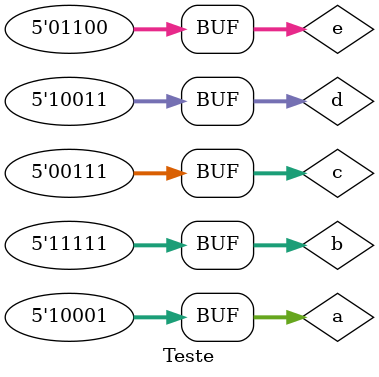
<source format=v>


 module Teste;
// ------------------------- definir dados 
reg [4:0] a; 
reg [4:0] b; 
reg [4:0] c; 
reg [4:0] d; 
reg [4:0] e; 
// ------------------------- parte principal 
initial begin 
$display("Exercicio004 - Fabio Fiuza Pereira - 406087"); 
$display("Test number system"); 
a = ~(8'b101111)+1; 
b = ~(321)+1;//nao achei octal por isso estou utilizando base decimal 
c = ~(6'd25)+1;
d = ~(5'hd)+1;
e = ~(8'o24)+1; 
 
$display("\nPositive value"); 
$display("a =", a); 
$display("b =", b); 
$display("c =", c); 
$display("d =", d); 
$display("e =", e); 

 
end 
endmodule // test_base 
</source>
